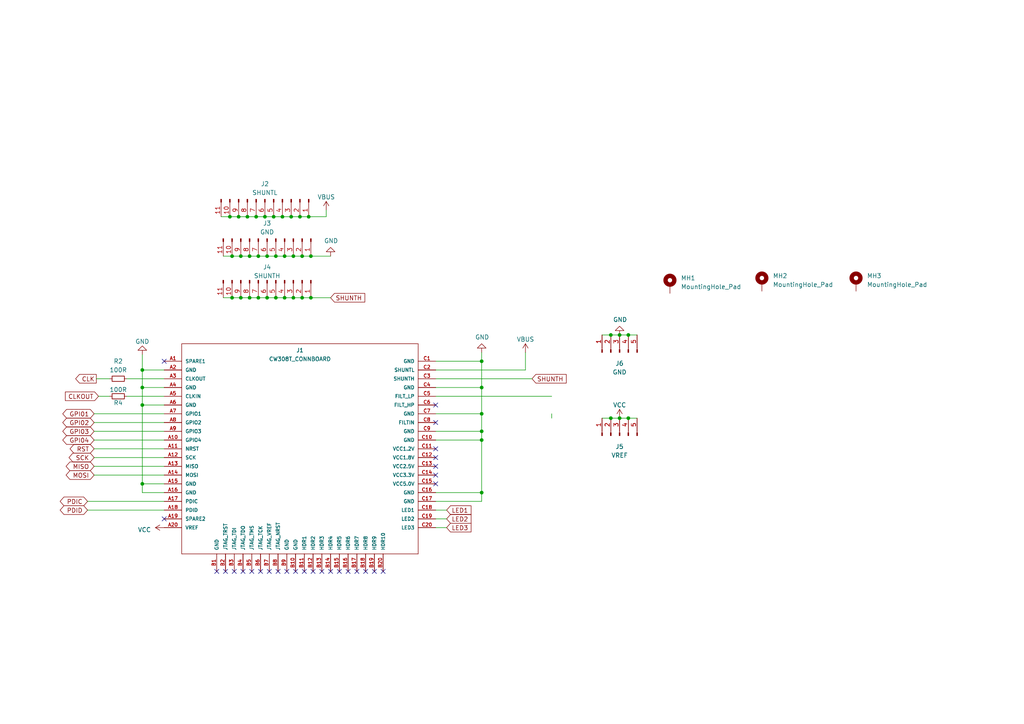
<source format=kicad_sch>
(kicad_sch (version 20230121) (generator eeschema)
  (paper "A4")
  (lib_symbols
    (symbol "Connector:Conn_01x05_Pin" (pin_names (offset 1.016) hide)
      (property "Reference" "J" (at 0 7.62 0))
      (property "Value" "Conn_01x05_Pin" (at 0 -7.62 0))
      (symbol "Conn_01x05_Pin_1_1"
        (polyline (pts (xy 1.27 -5.08) (xy 0.8636 -5.08)) (stroke (width 0.1524)))
        (polyline (pts (xy 1.27 -2.54) (xy 0.8636 -2.54)) (stroke (width 0.1524)))
        (polyline (pts (xy 1.27 0) (xy 0.8636 0)) (stroke (width 0.1524)))
        (polyline (pts (xy 1.27 2.54) (xy 0.8636 2.54)) (stroke (width 0.1524)))
        (polyline (pts (xy 1.27 5.08) (xy 0.8636 5.08)) (stroke (width 0.1524)))
        (rectangle (start 0.8636 -4.953) (end 0 -5.207) (stroke (width 0.1524)) (fill (type outline)))
        (rectangle (start 0.8636 -2.413) (end 0 -2.667) (stroke (width 0.1524)) (fill (type outline)))
        (rectangle (start 0.8636 0.127) (end 0 -0.127) (stroke (width 0.1524)) (fill (type outline)))
        (rectangle (start 0.8636 2.667) (end 0 2.413) (stroke (width 0.1524)) (fill (type outline)))
        (rectangle (start 0.8636 5.207) (end 0 4.953) (stroke (width 0.1524)) (fill (type outline)))
        (pin passive line (at 5.08 5.08 180) (length 3.81) (name "Pin_1") (number "1"))
        (pin passive line (at 5.08 2.54 180) (length 3.81) (name "Pin_2") (number "2"))
        (pin passive line (at 5.08 0 180) (length 3.81) (name "Pin_3") (number "3"))
        (pin passive line (at 5.08 -2.54 180) (length 3.81) (name "Pin_4") (number "4"))
        (pin passive line (at 5.08 -5.08 180) (length 3.81) (name "Pin_5") (number "5"))
      )
    )
    (symbol "Connector:Conn_01x11_Pin" (pin_names (offset 1.016) hide)
      (property "Reference" "J" (at 0 15.24 0))
      (property "Value" "Conn_01x11_Pin" (at 0 -15.24 0))
      (symbol "Conn_01x11_Pin_1_1"
        (polyline (pts (xy 1.27 -12.7) (xy 0.8636 -12.7)) (stroke (width 0.1524)))
        (polyline (pts (xy 1.27 -10.16) (xy 0.8636 -10.16)) (stroke (width 0.1524)))
        (polyline (pts (xy 1.27 -7.62) (xy 0.8636 -7.62)) (stroke (width 0.1524)))
        (polyline (pts (xy 1.27 -5.08) (xy 0.8636 -5.08)) (stroke (width 0.1524)))
        (polyline (pts (xy 1.27 -2.54) (xy 0.8636 -2.54)) (stroke (width 0.1524)))
        (polyline (pts (xy 1.27 0) (xy 0.8636 0)) (stroke (width 0.1524)))
        (polyline (pts (xy 1.27 2.54) (xy 0.8636 2.54)) (stroke (width 0.1524)))
        (polyline (pts (xy 1.27 5.08) (xy 0.8636 5.08)) (stroke (width 0.1524)))
        (polyline (pts (xy 1.27 7.62) (xy 0.8636 7.62)) (stroke (width 0.1524)))
        (polyline (pts (xy 1.27 10.16) (xy 0.8636 10.16)) (stroke (width 0.1524)))
        (polyline (pts (xy 1.27 12.7) (xy 0.8636 12.7)) (stroke (width 0.1524)))
        (rectangle (start 0.8636 -12.573) (end 0 -12.827) (stroke (width 0.1524)) (fill (type outline)))
        (rectangle (start 0.8636 -10.033) (end 0 -10.287) (stroke (width 0.1524)) (fill (type outline)))
        (rectangle (start 0.8636 -7.493) (end 0 -7.747) (stroke (width 0.1524)) (fill (type outline)))
        (rectangle (start 0.8636 -4.953) (end 0 -5.207) (stroke (width 0.1524)) (fill (type outline)))
        (rectangle (start 0.8636 -2.413) (end 0 -2.667) (stroke (width 0.1524)) (fill (type outline)))
        (rectangle (start 0.8636 0.127) (end 0 -0.127) (stroke (width 0.1524)) (fill (type outline)))
        (rectangle (start 0.8636 2.667) (end 0 2.413) (stroke (width 0.1524)) (fill (type outline)))
        (rectangle (start 0.8636 5.207) (end 0 4.953) (stroke (width 0.1524)) (fill (type outline)))
        (rectangle (start 0.8636 7.747) (end 0 7.493) (stroke (width 0.1524)) (fill (type outline)))
        (rectangle (start 0.8636 10.287) (end 0 10.033) (stroke (width 0.1524)) (fill (type outline)))
        (rectangle (start 0.8636 12.827) (end 0 12.573) (stroke (width 0.1524)) (fill (type outline)))
        (pin passive line (at 5.08 12.7 180) (length 3.81) (name "Pin_1") (number "1"))
        (pin passive line (at 5.08 -10.16 180) (length 3.81) (name "Pin_10") (number "10"))
        (pin passive line (at 5.08 -12.7 180) (length 3.81) (name "Pin_11") (number "11"))
        (pin passive line (at 5.08 10.16 180) (length 3.81) (name "Pin_2") (number "2"))
        (pin passive line (at 5.08 7.62 180) (length 3.81) (name "Pin_3") (number "3"))
        (pin passive line (at 5.08 5.08 180) (length 3.81) (name "Pin_4") (number "4"))
        (pin passive line (at 5.08 2.54 180) (length 3.81) (name "Pin_5") (number "5"))
        (pin passive line (at 5.08 0 180) (length 3.81) (name "Pin_6") (number "6"))
        (pin passive line (at 5.08 -2.54 180) (length 3.81) (name "Pin_7") (number "7"))
        (pin passive line (at 5.08 -5.08 180) (length 3.81) (name "Pin_8") (number "8"))
        (pin passive line (at 5.08 -7.62 180) (length 3.81) (name "Pin_9") (number "9"))
      )
    )
    (symbol "Device:R_Small" (pin_numbers hide) (pin_names (offset 0.254) hide)
      (property "Reference" "R" (at 0.762 0.508 0))
      (property "Value" "R_Small" (at 0.762 -1.016 0))
      (symbol "R_Small_0_1"
        (rectangle (start -0.762 1.778) (end 0.762 -1.778) (stroke (width 0.2032)))
      )
      (symbol "R_Small_1_1"
        (pin passive line (at 0 2.54 270) (length 0.762) (name "~") (number "1"))
        (pin passive line (at 0 -2.54 90) (length 0.762) (name "~") (number "2"))
      )
    )
    (symbol "Mechanical:MountingHole_Pad" (pin_numbers hide) (pin_names (offset 1.016) hide)
      (property "Reference" "H" (at 0 6.35 0))
      (property "Value" "MountingHole_Pad" (at 0 4.445 0))
      (symbol "MountingHole_Pad_0_1"
        (circle (center 0 1.27) (radius 1.27) (stroke (width 1.27)))
      )
      (symbol "MountingHole_Pad_1_1"
        (pin input line (at 0 -2.54 90) (length 2.54) (name "1") (number "1"))
      )
    )
    (symbol "chipwhisperer:CW308T_CONNBOARD" (pin_names (offset 1.016))
      (property "Reference" "J1" (at 19.05 23.495 0))
      (property "Value" "CW308T_CONNBOARD" (at 19.05 20.955 0))
      (symbol "CW308T_CONNBOARD_1_0"
        (polyline (pts (xy -15.24 -35.56) (xy -15.24 25.4)))
        (polyline (pts (xy -15.24 25.4) (xy 53.34 25.4)))
        (polyline (pts (xy 53.34 -35.56) (xy -15.24 -35.56)))
        (polyline (pts (xy 53.34 25.4) (xy 53.34 -35.56)))
      )
      (symbol "CW308T_CONNBOARD_1_1"
        (pin bidirectional line (at -20.32 20.32 0) (length 5.08) (name "SPARE1") (number "A1"))
        (pin bidirectional line (at -20.32 -2.54 0) (length 5.08) (name "GPIO4") (number "A10"))
        (pin bidirectional line (at -20.32 -5.08 0) (length 5.08) (name "NRST") (number "A11"))
        (pin bidirectional line (at -20.32 -7.62 0) (length 5.08) (name "SCK") (number "A12"))
        (pin bidirectional line (at -20.32 -10.16 0) (length 5.08) (name "MISO") (number "A13"))
        (pin bidirectional line (at -20.32 -12.7 0) (length 5.08) (name "MOSI") (number "A14"))
        (pin bidirectional line (at -20.32 -15.24 0) (length 5.08) (name "GND") (number "A15"))
        (pin bidirectional line (at -20.32 -17.78 0) (length 5.08) (name "GND") (number "A16"))
        (pin bidirectional line (at -20.32 -20.32 0) (length 5.08) (name "PDIC") (number "A17"))
        (pin bidirectional line (at -20.32 -22.86 0) (length 5.08) (name "PDID") (number "A18"))
        (pin bidirectional line (at -20.32 -25.4 0) (length 5.08) (name "SPARE2") (number "A19"))
        (pin bidirectional line (at -20.32 17.78 0) (length 5.08) (name "GND") (number "A2"))
        (pin bidirectional line (at -20.32 -27.94 0) (length 5.08) (name "VREF") (number "A20"))
        (pin bidirectional line (at -20.32 15.24 0) (length 5.08) (name "CLKOUT") (number "A3"))
        (pin bidirectional line (at -20.32 12.7 0) (length 5.08) (name "GND") (number "A4"))
        (pin bidirectional line (at -20.32 10.16 0) (length 5.08) (name "CLKIN") (number "A5"))
        (pin bidirectional line (at -20.32 7.62 0) (length 5.08) (name "GND") (number "A6"))
        (pin bidirectional line (at -20.32 5.08 0) (length 5.08) (name "GPIO1") (number "A7"))
        (pin bidirectional line (at -20.32 2.54 0) (length 5.08) (name "GPIO2") (number "A8"))
        (pin bidirectional line (at -20.32 0 0) (length 5.08) (name "GPIO3") (number "A9"))
        (pin bidirectional line (at -5.08 -40.64 90) (length 5.08) (name "GND") (number "B1"))
        (pin bidirectional line (at 17.78 -40.64 90) (length 5.08) (name "GND") (number "B10"))
        (pin bidirectional line (at 20.32 -40.64 90) (length 5.08) (name "HDR1") (number "B11"))
        (pin bidirectional line (at 22.86 -40.64 90) (length 5.08) (name "HDR2") (number "B12"))
        (pin bidirectional line (at 25.4 -40.64 90) (length 5.08) (name "HDR3") (number "B13"))
        (pin bidirectional line (at 27.94 -40.64 90) (length 5.08) (name "HDR4") (number "B14"))
        (pin bidirectional line (at 30.48 -40.64 90) (length 5.08) (name "HDR5") (number "B15"))
        (pin bidirectional line (at 33.02 -40.64 90) (length 5.08) (name "HDR6") (number "B16"))
        (pin bidirectional line (at 35.56 -40.64 90) (length 5.08) (name "HDR7") (number "B17"))
        (pin bidirectional line (at 38.1 -40.64 90) (length 5.08) (name "HDR8") (number "B18"))
        (pin bidirectional line (at 40.64 -40.64 90) (length 5.08) (name "HDR9") (number "B19"))
        (pin bidirectional line (at -2.54 -40.64 90) (length 5.08) (name "JTAG_TRST") (number "B2"))
        (pin bidirectional line (at 43.18 -40.64 90) (length 5.08) (name "HDR10") (number "B20"))
        (pin bidirectional line (at 0 -40.64 90) (length 5.08) (name "JTAG_TDI") (number "B3"))
        (pin bidirectional line (at 2.54 -40.64 90) (length 5.08) (name "JTAG_TDO") (number "B4"))
        (pin bidirectional line (at 5.08 -40.64 90) (length 5.08) (name "JTAG_TMS") (number "B5"))
        (pin bidirectional line (at 7.62 -40.64 90) (length 5.08) (name "JTAG_TCK") (number "B6"))
        (pin bidirectional line (at 10.16 -40.64 90) (length 5.08) (name "JTAG_VREF") (number "B7"))
        (pin bidirectional line (at 12.7 -40.64 90) (length 5.08) (name "JTAG_NRST") (number "B8"))
        (pin bidirectional line (at 15.24 -40.64 90) (length 5.08) (name "GND") (number "B9"))
        (pin bidirectional line (at 58.42 20.32 180) (length 5.08) (name "GND") (number "C1"))
        (pin bidirectional line (at 58.42 -2.54 180) (length 5.08) (name "GND") (number "C10"))
        (pin bidirectional line (at 58.42 -5.08 180) (length 5.08) (name "VCC1.2V") (number "C11"))
        (pin bidirectional line (at 58.42 -7.62 180) (length 5.08) (name "VCC1.8V") (number "C12"))
        (pin bidirectional line (at 58.42 -10.16 180) (length 5.08) (name "VCC2.5V") (number "C13"))
        (pin bidirectional line (at 58.42 -12.7 180) (length 5.08) (name "VCC3.3V") (number "C14"))
        (pin bidirectional line (at 58.42 -15.24 180) (length 5.08) (name "VCC5.0V") (number "C15"))
        (pin bidirectional line (at 58.42 -17.78 180) (length 5.08) (name "GND") (number "C16"))
        (pin bidirectional line (at 58.42 -20.32 180) (length 5.08) (name "GND") (number "C17"))
        (pin bidirectional line (at 58.42 -22.86 180) (length 5.08) (name "LED1") (number "C18"))
        (pin bidirectional line (at 58.42 -25.4 180) (length 5.08) (name "LED2") (number "C19"))
        (pin bidirectional line (at 58.42 17.78 180) (length 5.08) (name "SHUNTL") (number "C2"))
        (pin bidirectional line (at 58.42 -27.94 180) (length 5.08) (name "LED3") (number "C20"))
        (pin bidirectional line (at 58.42 15.24 180) (length 5.08) (name "SHUNTH") (number "C3"))
        (pin bidirectional line (at 58.42 12.7 180) (length 5.08) (name "GND") (number "C4"))
        (pin bidirectional line (at 58.42 10.16 180) (length 5.08) (name "FILT_LP") (number "C5"))
        (pin bidirectional line (at 58.42 7.62 180) (length 5.08) (name "FILT_HP") (number "C6"))
        (pin bidirectional line (at 58.42 5.08 180) (length 5.08) (name "GND") (number "C7"))
        (pin bidirectional line (at 58.42 2.54 180) (length 5.08) (name "FILTIN") (number "C8"))
        (pin bidirectional line (at 58.42 0 180) (length 5.08) (name "GND") (number "C9"))
      )
    )
    (symbol "power:GND" (power) (pin_names (offset 0))
      (property "Value" "GND" (at 0 -3.81 0))
      (symbol "GND_0_1"
        (polyline (pts (xy 0 0) (xy 0 -1.27) (xy 1.27 -1.27) (xy 0 -2.54) (xy -1.27 -1.27) (xy 0 -1.27)))
      )
      (symbol "GND_1_1"
        (pin power_in line (at 0 0 270) (length 0) hide (name "GND") (number "1"))
      )
    )
    (symbol "power:VBUS" (power) (pin_names (offset 0))
      (property "Value" "VCC_CLEAN" (at 0 3.175 0))
      (symbol "VBUS_0_1"
        (polyline (pts (xy -0.762 1.27) (xy 0 2.54)))
        (polyline (pts (xy 0 0) (xy 0 2.54)))
        (polyline (pts (xy 0 2.54) (xy 0.762 1.27)))
      )
      (symbol "VBUS_1_1"
        (pin power_in line (at 0 0 90) (length 0) hide (name "VBUS") (number "1"))
      )
    )
    (symbol "power:VCC" (power) (pin_names (offset 0))
      (property "Value" "VCC" (at 0 3.81 0))
      (symbol "VCC_0_1"
        (polyline (pts (xy -0.762 1.27) (xy 0 2.54)))
        (polyline (pts (xy 0 0) (xy 0 2.54)))
        (polyline (pts (xy 0 2.54) (xy 0.762 1.27)))
      )
      (symbol "VCC_1_1"
        (pin power_in line (at 0 0 90) (length 0) hide (name "VCC") (number "1"))
      )
    )
  )
  (junction (at 71.755 62.865))
  (junction (at 84.455 62.865))
  (junction (at 72.39 74.295))
  (junction (at 69.85 74.295))
  (junction (at 87.63 86.36))
  (junction (at 179.705 121.285))
  (junction (at 74.295 62.865))
  (junction (at 69.85 86.36))
  (junction (at 69.215 62.865))
  (junction (at 67.31 86.36))
  (junction (at 41.275 112.395))
  (junction (at 77.47 74.295))
  (junction (at 72.39 86.36))
  (junction (at 77.47 86.36))
  (junction (at 76.835 62.865))
  (junction (at 79.375 62.865))
  (junction (at 82.55 86.36))
  (junction (at 80.01 74.295))
  (junction (at 41.275 140.335))
  (junction (at 182.245 97.155))
  (junction (at 139.7 125.095))
  (junction (at 177.165 97.155))
  (junction (at 66.675 62.865))
  (junction (at 182.245 121.285))
  (junction (at 90.17 74.295))
  (junction (at 139.7 142.875))
  (junction (at 139.7 104.775))
  (junction (at 89.535 62.865))
  (junction (at 81.915 62.865))
  (junction (at 67.31 74.295))
  (junction (at 177.165 121.285))
  (junction (at 85.09 74.295))
  (junction (at 74.93 74.295))
  (junction (at 86.995 62.865))
  (junction (at 82.55 74.295))
  (junction (at 80.01 86.36))
  (junction (at 139.7 120.015))
  (junction (at 87.63 74.295))
  (junction (at 85.09 86.36))
  (junction (at 41.275 117.475))
  (junction (at 90.17 86.36))
  (junction (at 74.93 86.36))
  (junction (at 179.705 97.155))
  (junction (at 139.7 112.395))
  (junction (at 41.275 107.315))
  (junction (at 139.7 127.635))
  (no_connect (at 95.885 165.735))
  (no_connect (at 67.945 165.735))
  (no_connect (at 70.485 165.735))
  (no_connect (at 85.725 165.735))
  (no_connect (at 78.105 165.735))
  (no_connect (at 75.565 165.735))
  (no_connect (at 93.345 165.735))
  (no_connect (at 83.185 165.735))
  (no_connect (at 126.365 135.255))
  (no_connect (at 90.805 165.735))
  (no_connect (at 98.425 165.735))
  (no_connect (at 108.585 165.735))
  (no_connect (at 126.365 130.175))
  (no_connect (at 111.125 165.735))
  (no_connect (at 100.965 165.735))
  (no_connect (at 103.505 165.735))
  (no_connect (at 126.365 137.795))
  (no_connect (at 47.625 104.775))
  (no_connect (at 47.625 150.495))
  (no_connect (at 88.265 165.735))
  (no_connect (at 126.365 132.715))
  (no_connect (at 126.365 140.335))
  (no_connect (at 80.645 165.735))
  (no_connect (at 62.865 165.735))
  (no_connect (at 65.405 165.735))
  (no_connect (at 126.365 117.475))
  (no_connect (at 106.045 165.735))
  (no_connect (at 73.025 165.735))
  (no_connect (at 126.365 122.555))
  (wire (pts (xy 69.215 62.865) (xy 66.675 62.865)))
  (wire (pts (xy 28.575 114.935) (xy 31.75 114.935)))
  (wire (pts (xy 41.275 142.875) (xy 41.275 140.335)))
  (wire (pts (xy 71.755 62.865) (xy 69.215 62.865)))
  (wire (pts (xy 87.63 74.295) (xy 85.09 74.295)))
  (wire (pts (xy 86.995 62.865) (xy 84.455 62.865)))
  (wire (pts (xy 87.63 86.36) (xy 85.09 86.36)))
  (wire (pts (xy 139.7 120.015) (xy 139.7 125.095)))
  (wire (pts (xy 126.365 107.315) (xy 152.4 107.315)))
  (wire (pts (xy 182.245 97.155) (xy 179.705 97.155)))
  (wire (pts (xy 179.705 97.155) (xy 177.165 97.155)))
  (wire (pts (xy 177.165 121.285) (xy 174.625 121.285)))
  (wire (pts (xy 27.305 135.255) (xy 47.625 135.255)))
  (wire (pts (xy 126.365 112.395) (xy 139.7 112.395)))
  (wire (pts (xy 27.305 137.795) (xy 47.625 137.795)))
  (wire (pts (xy 27.305 120.015) (xy 47.625 120.015)))
  (wire (pts (xy 182.245 121.285) (xy 179.705 121.285)))
  (wire (pts (xy 41.275 112.395) (xy 41.275 107.315)))
  (wire (pts (xy 74.93 74.295) (xy 72.39 74.295)))
  (wire (pts (xy 82.55 86.36) (xy 80.01 86.36)))
  (wire (pts (xy 47.625 107.315) (xy 41.275 107.315)))
  (wire (pts (xy 79.375 62.865) (xy 76.835 62.865)))
  (wire (pts (xy 27.94 109.855) (xy 31.75 109.855)))
  (wire (pts (xy 27.305 127.635) (xy 47.625 127.635)))
  (wire (pts (xy 90.17 74.295) (xy 87.63 74.295)))
  (wire (pts (xy 126.365 125.095) (xy 139.7 125.095)))
  (wire (pts (xy 74.93 86.36) (xy 72.39 86.36)))
  (wire (pts (xy 47.625 140.335) (xy 41.275 140.335)))
  (wire (pts (xy 139.7 142.875) (xy 139.7 145.415)))
  (wire (pts (xy 94.615 60.96) (xy 94.615 62.865)))
  (wire (pts (xy 129.54 150.495) (xy 126.365 150.495)))
  (wire (pts (xy 184.785 97.155) (xy 182.245 97.155)))
  (wire (pts (xy 139.7 125.095) (xy 139.7 127.635)))
  (wire (pts (xy 184.785 121.285) (xy 182.245 121.285)))
  (wire (pts (xy 36.83 114.935) (xy 47.625 114.935)))
  (wire (pts (xy 177.165 97.155) (xy 174.625 97.155)))
  (wire (pts (xy 69.85 86.36) (xy 67.31 86.36)))
  (wire (pts (xy 66.675 62.865) (xy 64.135 62.865)))
  (wire (pts (xy 47.625 142.875) (xy 41.275 142.875)))
  (wire (pts (xy 90.17 86.36) (xy 87.63 86.36)))
  (wire (pts (xy 77.47 86.36) (xy 74.93 86.36)))
  (wire (pts (xy 139.7 127.635) (xy 139.7 142.875)))
  (wire (pts (xy 27.305 125.095) (xy 47.625 125.095)))
  (wire (pts (xy 27.305 132.715) (xy 47.625 132.715)))
  (wire (pts (xy 76.835 62.865) (xy 74.295 62.865)))
  (wire (pts (xy 129.54 153.035) (xy 126.365 153.035)))
  (wire (pts (xy 41.275 140.335) (xy 41.275 117.475)))
  (wire (pts (xy 85.09 74.295) (xy 82.55 74.295)))
  (wire (pts (xy 47.625 112.395) (xy 41.275 112.395)))
  (wire (pts (xy 80.01 74.295) (xy 77.47 74.295)))
  (wire (pts (xy 41.275 102.87) (xy 41.275 107.315)))
  (wire (pts (xy 139.7 104.775) (xy 139.7 102.235)))
  (wire (pts (xy 160.02 121.285) (xy 160.02 120.015)))
  (wire (pts (xy 139.7 104.775) (xy 139.7 112.395)))
  (wire (pts (xy 69.85 74.295) (xy 67.31 74.295)))
  (wire (pts (xy 126.365 142.875) (xy 139.7 142.875)))
  (wire (pts (xy 72.39 74.295) (xy 69.85 74.295)))
  (wire (pts (xy 27.305 122.555) (xy 47.625 122.555)))
  (wire (pts (xy 36.83 109.855) (xy 47.625 109.855)))
  (wire (pts (xy 139.7 112.395) (xy 139.7 120.015)))
  (wire (pts (xy 72.39 86.36) (xy 69.85 86.36)))
  (wire (pts (xy 126.365 145.415) (xy 139.7 145.415)))
  (wire (pts (xy 41.275 117.475) (xy 41.275 112.395)))
  (wire (pts (xy 27.305 130.175) (xy 47.625 130.175)))
  (wire (pts (xy 126.365 109.855) (xy 154.305 109.855)))
  (wire (pts (xy 126.365 104.775) (xy 139.7 104.775)))
  (wire (pts (xy 80.01 86.36) (xy 77.47 86.36)))
  (wire (pts (xy 82.55 74.295) (xy 80.01 74.295)))
  (wire (pts (xy 152.4 102.235) (xy 152.4 107.315)))
  (wire (pts (xy 95.885 86.36) (xy 90.17 86.36)))
  (wire (pts (xy 126.365 127.635) (xy 139.7 127.635)))
  (wire (pts (xy 74.295 62.865) (xy 71.755 62.865)))
  (wire (pts (xy 126.365 114.935) (xy 160.02 114.935)))
  (wire (pts (xy 77.47 74.295) (xy 74.93 74.295)))
  (wire (pts (xy 129.54 147.955) (xy 126.365 147.955)))
  (wire (pts (xy 89.535 62.865) (xy 86.995 62.865)))
  (wire (pts (xy 179.705 121.285) (xy 177.165 121.285)))
  (wire (pts (xy 81.915 62.865) (xy 79.375 62.865)))
  (wire (pts (xy 85.09 86.36) (xy 82.55 86.36)))
  (wire (pts (xy 25.4 147.955) (xy 47.625 147.955)))
  (wire (pts (xy 25.4 145.415) (xy 47.625 145.415)))
  (wire (pts (xy 47.625 117.475) (xy 41.275 117.475)))
  (wire (pts (xy 84.455 62.865) (xy 81.915 62.865)))
  (wire (pts (xy 67.31 74.295) (xy 64.77 74.295)))
  (wire (pts (xy 67.31 86.36) (xy 64.77 86.36)))
  (wire (pts (xy 94.615 62.865) (xy 89.535 62.865)))
  (wire (pts (xy 95.885 74.295) (xy 90.17 74.295)))
  (wire (pts (xy 126.365 120.015) (xy 139.7 120.015)))
  (global_label "CLKOUT" (shape input) (at 28.575 114.935 180) (property "Intersheetrefs" "${INTERSHEET_REFS}" (effects hide)))
  (global_label "GPI02" (shape bidirectional) (at 27.305 122.555 180) (property "Intersheetrefs" "${INTERSHEET_REFS}" (effects hide)))
  (global_label "CLK" (shape output) (at 27.94 109.855 180) (property "Intersheetrefs" "${INTERSHEET_REFS}" (effects hide)))
  (global_label "PDID" (shape bidirectional) (at 25.4 147.955 180) (property "Intersheetrefs" "${INTERSHEET_REFS}" (effects hide)))
  (global_label "GPI03" (shape bidirectional) (at 27.305 125.095 180) (property "Intersheetrefs" "${INTERSHEET_REFS}" (effects hide)))
  (global_label "LED1" (shape input) (at 129.54 147.955 0) (property "Intersheetrefs" "${INTERSHEET_REFS}" (effects hide)))
  (global_label "MISO" (shape bidirectional) (at 27.305 135.255 180) (property "Intersheetrefs" "${INTERSHEET_REFS}" (effects hide)))
  (global_label "SHUNTH" (shape input) (at 154.305 109.855 0) (property "Intersheetrefs" "${INTERSHEET_REFS}" (effects hide)))
  (global_label "LED3" (shape input) (at 129.54 153.035 0) (property "Intersheetrefs" "${INTERSHEET_REFS}" (effects hide)))
  (global_label "PDIC" (shape bidirectional) (at 25.4 145.415 180) (property "Intersheetrefs" "${INTERSHEET_REFS}" (effects hide)))
  (global_label "SHUNTH" (shape input) (at 95.885 86.36 0) (property "Intersheetrefs" "${INTERSHEET_REFS}" (effects hide)))
  (global_label "GPI04" (shape bidirectional) (at 27.305 127.635 180) (property "Intersheetrefs" "${INTERSHEET_REFS}" (effects hide)))
  (global_label "MOSI" (shape bidirectional) (at 27.305 137.795 180) (property "Intersheetrefs" "${INTERSHEET_REFS}" (effects hide)))
  (global_label "RST" (shape bidirectional) (at 27.305 130.175 180) (property "Intersheetrefs" "${INTERSHEET_REFS}" (effects hide)))
  (global_label "LED2" (shape input) (at 129.54 150.495 0) (property "Intersheetrefs" "${INTERSHEET_REFS}" (effects hide)))
  (global_label "GPI01" (shape bidirectional) (at 27.305 120.015 180) (property "Intersheetrefs" "${INTERSHEET_REFS}" (effects hide)))
  (global_label "SCK" (shape bidirectional) (at 27.305 132.715 180) (property "Intersheetrefs" "${INTERSHEET_REFS}" (effects hide)))
  (symbol (lib_id "Connector:Conn_01x11_Pin") (at 77.47 81.28 270) (unit 1)
    (property "Reference" "J4" (at 77.47 77.47 90))
    (property "Value" "SHUNTH" (at 77.47 80.01 90))
    (property "Footprint" "N76E003AT20:CONNECTED_PinHeader_1x11_P2.54mm_Vertical" (effects hide))
  )
  (symbol (lib_id "Mechanical:MountingHole_Pad") (at 248.285 81.915 0) (unit 1)
    (property "Reference" "MH3" (at 251.46 80.01 0) (effects (justify left)))
    (property "Value" "MountingHole_Pad" (at 251.46 82.55 0) (effects (justify left)))
  )
  (symbol (lib_id "power:GND") (at 139.7 102.235 180) (unit 1)
    (property "Reference" "#PWR010" (effects hide))
    (property "Value" "GND" (at 137.795 97.79 0) (effects (justify right)))
  )
  (symbol (lib_id "Mechanical:MountingHole_Pad") (at 194.31 82.55 0) (unit 1)
    (property "Reference" "MH1" (at 197.485 80.645 0) (effects (justify left)))
    (property "Value" "MountingHole_Pad" (at 197.485 83.185 0) (effects (justify left)))
  )
  (symbol (lib_id "Device:R_Small") (at 34.29 114.935 90) (unit 1)
    (property "Reference" "R4" (at 34.29 116.84 90))
    (property "Value" "100R" (at 34.29 113.03 90))
    (property "Footprint" "Library:R_0603_1608Metric_big" (effects hide))
  )
  (symbol (lib_id "power:VBUS") (at 94.615 60.96 0) (unit 1)
    (property "Reference" "#PWR01" (effects hide))
    (property "Value" "VCC_CLEAN" (at 94.615 57.15 0))
  )
  (symbol (lib_id "power:GND") (at 179.705 97.155 180) (unit 1)
    (property "Reference" "#PWR05" (effects hide))
    (property "Value" "GND" (at 177.8 92.71 0) (effects (justify right)))
  )
  (symbol (lib_id "Connector:Conn_01x11_Pin") (at 76.835 57.785 270) (unit 1)
    (property "Reference" "J2" (at 76.835 53.34 90))
    (property "Value" "SHUNTL" (at 76.835 55.88 90))
    (property "Footprint" "N76E003AT20:CONNECTED_PinHeader_1x11_P2.54mm_Vertical" (effects hide))
  )
  (symbol (lib_id "Device:R_Small") (at 34.29 109.855 90) (unit 1)
    (property "Reference" "R2" (at 34.29 104.775 90))
    (property "Value" "100R" (at 34.29 107.315 90))
    (property "Footprint" "Library:R_0603_1608Metric_big" (effects hide))
  )
  (symbol (lib_id "power:GND") (at 41.275 102.87 180) (unit 1)
    (property "Reference" "#PWR07" (effects hide))
    (property "Value" "GND" (at 41.275 99.06 0))
  )
  (symbol (lib_id "Mechanical:MountingHole_Pad") (at 220.98 81.915 0) (unit 1)
    (property "Reference" "MH2" (at 224.155 80.01 0) (effects (justify left)))
    (property "Value" "MountingHole_Pad" (at 224.155 82.55 0) (effects (justify left)))
  )
  (symbol (lib_id "Connector:Conn_01x11_Pin") (at 77.47 69.215 270) (unit 1)
    (property "Reference" "J3" (at 77.47 64.77 90))
    (property "Value" "GND" (at 77.47 67.31 90))
    (property "Footprint" "N76E003AT20:CONNECTED_PinHeader_1x11_P2.54mm_Vertical" (effects hide))
  )
  (symbol (lib_id "Connector:Conn_01x05_Pin") (at 179.705 102.235 90) (unit 1)
    (property "Reference" "J6" (at 179.705 105.41 90))
    (property "Value" "GND" (at 179.705 107.95 90))
    (property "Footprint" "N76E003AT20:CONNECTED_PinHeader_1x05_P2.54mm_Vertical" (effects hide))
  )
  (symbol (lib_id "chipwhisperer:CW308T_CONNBOARD") (at 67.945 125.095 0) (unit 1)
    (property "Reference" "J1" (at 86.995 101.6 0) (effects (font (size 1.143 1.143))))
    (property "Value" "CW308T_CONNBOARD" (at 86.995 104.14 0) (effects (font (size 1.143 1.143))))
    (property "Footprint" "chipwhisperer:CW308T_CONNBOARD" (effects hide))
  )
  (symbol (lib_id "power:VCC") (at 47.625 153.035 90) (unit 1)
    (property "Reference" "#PWR08" (effects hide))
    (property "Value" "VCC" (at 43.815 153.67 90) (effects (justify left)))
  )
  (symbol (lib_id "power:VCC") (at 179.705 121.285 0) (unit 1)
    (property "Reference" "#PWR03" (effects hide))
    (property "Value" "VCC" (at 179.705 117.475 0))
  )
  (symbol (lib_id "Connector:Conn_01x05_Pin") (at 179.705 126.365 90) (unit 1)
    (property "Reference" "J5" (at 179.705 129.54 90))
    (property "Value" "VREF" (at 179.705 132.08 90))
    (property "Footprint" "N76E003AT20:CONNECTED_PinHeader_1x05_P2.54mm_Vertical" (effects hide))
  )
  (symbol (lib_id "power:VBUS") (at 152.4 102.235 0) (unit 1)
    (property "Reference" "#PWR09" (effects hide))
    (property "Value" "VCC_CLEAN" (at 152.4 98.425 0))
  )
  (symbol (lib_id "power:GND") (at 95.885 74.295 180) (unit 1)
    (property "Reference" "#PWR02" (effects hide))
    (property "Value" "GND" (at 93.98 69.85 0) (effects (justify right)))
  )
)
</source>
